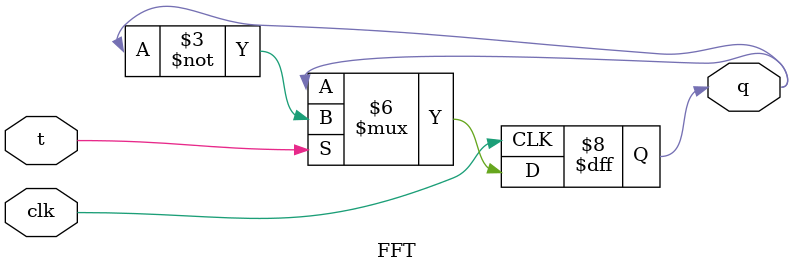
<source format=v>
`timescale 1ns / 1ps
module FFT(
    input clk,
    input t,
    output reg q
    );
initial 
begin
q <= 0;
end

always @(posedge clk)
begin
if(t==0)
	q <= q;
else
	q <= ~q;
	
end
endmodule

</source>
